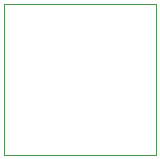
<source format=gbr>
G04 #@! TF.GenerationSoftware,KiCad,Pcbnew,5.1.5+dfsg1-2build2*
G04 #@! TF.CreationDate,2020-11-19T12:47:17+00:00*
G04 #@! TF.ProjectId,EncoderBoard_IG,456e636f-6465-4724-926f-6172645f4947,rev?*
G04 #@! TF.SameCoordinates,Original*
G04 #@! TF.FileFunction,Profile,NP*
%FSLAX46Y46*%
G04 Gerber Fmt 4.6, Leading zero omitted, Abs format (unit mm)*
G04 Created by KiCad (PCBNEW 5.1.5+dfsg1-2build2) date 2020-11-19 12:47:17*
%MOMM*%
%LPD*%
G04 APERTURE LIST*
%ADD10C,0.050000*%
G04 APERTURE END LIST*
D10*
X141478000Y-81343500D02*
X154305000Y-81343500D01*
X141478000Y-94107000D02*
X141478000Y-81343500D01*
X154305000Y-94107000D02*
X141478000Y-94107000D01*
X154305000Y-81343500D02*
X154305000Y-94107000D01*
M02*

</source>
